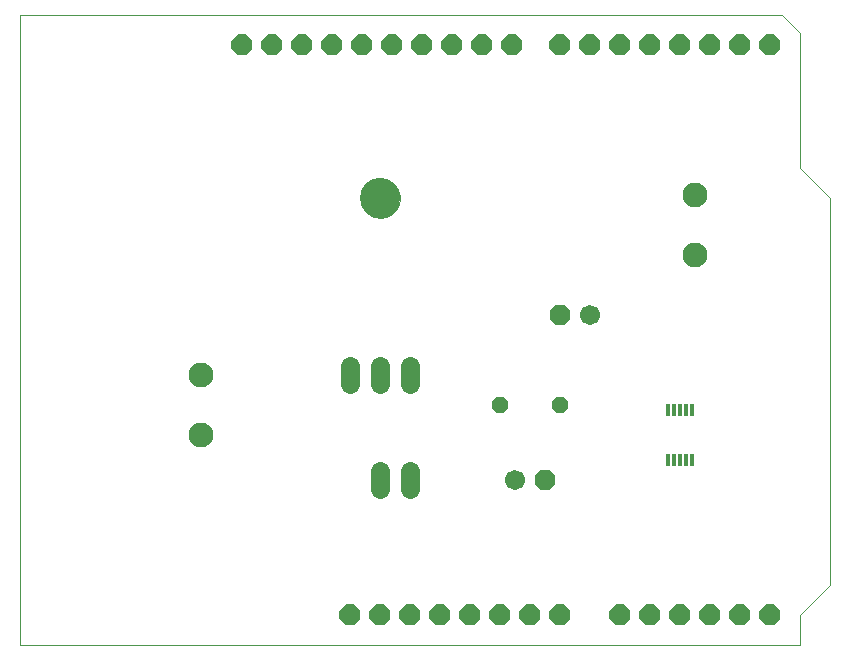
<source format=gts>
G75*
%MOIN*%
%OFA0B0*%
%FSLAX25Y25*%
%IPPOS*%
%LPD*%
%AMOC8*
5,1,8,0,0,1.08239X$1,22.5*
%
%ADD10OC8,0.05600*%
%ADD11OC8,0.06700*%
%ADD12C,0.06700*%
%ADD13R,0.01384X0.04337*%
%ADD14C,0.06400*%
%ADD15C,0.00000*%
%ADD16C,0.13400*%
%ADD17OC8,0.07000*%
%ADD18C,0.08274*%
D10*
X0165000Y0085000D03*
X0185000Y0085000D03*
D11*
X0180000Y0060000D03*
X0185000Y0115000D03*
D12*
X0195000Y0115000D03*
X0170000Y0060000D03*
D13*
X0221063Y0066681D03*
X0223031Y0066681D03*
X0225000Y0066681D03*
X0226969Y0066681D03*
X0228937Y0066681D03*
X0228937Y0083319D03*
X0226969Y0083319D03*
X0225000Y0083319D03*
X0223031Y0083319D03*
X0221063Y0083319D03*
D14*
X0135000Y0092000D02*
X0135000Y0098000D01*
X0125000Y0098000D02*
X0125000Y0092000D01*
X0115000Y0092000D02*
X0115000Y0098000D01*
X0125000Y0063000D02*
X0125000Y0057000D01*
X0135000Y0057000D02*
X0135000Y0063000D01*
D15*
X0005000Y0005000D02*
X0005000Y0215000D01*
X0259000Y0215000D01*
X0265000Y0209000D01*
X0265000Y0164000D01*
X0275000Y0154000D01*
X0275000Y0025000D01*
X0265000Y0015000D01*
X0265000Y0005000D01*
X0005000Y0005000D01*
X0118500Y0154000D02*
X0118502Y0154161D01*
X0118508Y0154321D01*
X0118518Y0154482D01*
X0118532Y0154642D01*
X0118550Y0154802D01*
X0118571Y0154961D01*
X0118597Y0155120D01*
X0118627Y0155278D01*
X0118660Y0155435D01*
X0118698Y0155592D01*
X0118739Y0155747D01*
X0118784Y0155901D01*
X0118833Y0156054D01*
X0118886Y0156206D01*
X0118942Y0156357D01*
X0119003Y0156506D01*
X0119066Y0156654D01*
X0119134Y0156800D01*
X0119205Y0156944D01*
X0119279Y0157086D01*
X0119357Y0157227D01*
X0119439Y0157365D01*
X0119524Y0157502D01*
X0119612Y0157636D01*
X0119704Y0157768D01*
X0119799Y0157898D01*
X0119897Y0158026D01*
X0119998Y0158151D01*
X0120102Y0158273D01*
X0120209Y0158393D01*
X0120319Y0158510D01*
X0120432Y0158625D01*
X0120548Y0158736D01*
X0120667Y0158845D01*
X0120788Y0158950D01*
X0120912Y0159053D01*
X0121038Y0159153D01*
X0121166Y0159249D01*
X0121297Y0159342D01*
X0121431Y0159432D01*
X0121566Y0159519D01*
X0121704Y0159602D01*
X0121843Y0159682D01*
X0121985Y0159758D01*
X0122128Y0159831D01*
X0122273Y0159900D01*
X0122420Y0159966D01*
X0122568Y0160028D01*
X0122718Y0160086D01*
X0122869Y0160141D01*
X0123022Y0160192D01*
X0123176Y0160239D01*
X0123331Y0160282D01*
X0123487Y0160321D01*
X0123643Y0160357D01*
X0123801Y0160388D01*
X0123959Y0160416D01*
X0124118Y0160440D01*
X0124278Y0160460D01*
X0124438Y0160476D01*
X0124598Y0160488D01*
X0124759Y0160496D01*
X0124920Y0160500D01*
X0125080Y0160500D01*
X0125241Y0160496D01*
X0125402Y0160488D01*
X0125562Y0160476D01*
X0125722Y0160460D01*
X0125882Y0160440D01*
X0126041Y0160416D01*
X0126199Y0160388D01*
X0126357Y0160357D01*
X0126513Y0160321D01*
X0126669Y0160282D01*
X0126824Y0160239D01*
X0126978Y0160192D01*
X0127131Y0160141D01*
X0127282Y0160086D01*
X0127432Y0160028D01*
X0127580Y0159966D01*
X0127727Y0159900D01*
X0127872Y0159831D01*
X0128015Y0159758D01*
X0128157Y0159682D01*
X0128296Y0159602D01*
X0128434Y0159519D01*
X0128569Y0159432D01*
X0128703Y0159342D01*
X0128834Y0159249D01*
X0128962Y0159153D01*
X0129088Y0159053D01*
X0129212Y0158950D01*
X0129333Y0158845D01*
X0129452Y0158736D01*
X0129568Y0158625D01*
X0129681Y0158510D01*
X0129791Y0158393D01*
X0129898Y0158273D01*
X0130002Y0158151D01*
X0130103Y0158026D01*
X0130201Y0157898D01*
X0130296Y0157768D01*
X0130388Y0157636D01*
X0130476Y0157502D01*
X0130561Y0157365D01*
X0130643Y0157227D01*
X0130721Y0157086D01*
X0130795Y0156944D01*
X0130866Y0156800D01*
X0130934Y0156654D01*
X0130997Y0156506D01*
X0131058Y0156357D01*
X0131114Y0156206D01*
X0131167Y0156054D01*
X0131216Y0155901D01*
X0131261Y0155747D01*
X0131302Y0155592D01*
X0131340Y0155435D01*
X0131373Y0155278D01*
X0131403Y0155120D01*
X0131429Y0154961D01*
X0131450Y0154802D01*
X0131468Y0154642D01*
X0131482Y0154482D01*
X0131492Y0154321D01*
X0131498Y0154161D01*
X0131500Y0154000D01*
X0131498Y0153839D01*
X0131492Y0153679D01*
X0131482Y0153518D01*
X0131468Y0153358D01*
X0131450Y0153198D01*
X0131429Y0153039D01*
X0131403Y0152880D01*
X0131373Y0152722D01*
X0131340Y0152565D01*
X0131302Y0152408D01*
X0131261Y0152253D01*
X0131216Y0152099D01*
X0131167Y0151946D01*
X0131114Y0151794D01*
X0131058Y0151643D01*
X0130997Y0151494D01*
X0130934Y0151346D01*
X0130866Y0151200D01*
X0130795Y0151056D01*
X0130721Y0150914D01*
X0130643Y0150773D01*
X0130561Y0150635D01*
X0130476Y0150498D01*
X0130388Y0150364D01*
X0130296Y0150232D01*
X0130201Y0150102D01*
X0130103Y0149974D01*
X0130002Y0149849D01*
X0129898Y0149727D01*
X0129791Y0149607D01*
X0129681Y0149490D01*
X0129568Y0149375D01*
X0129452Y0149264D01*
X0129333Y0149155D01*
X0129212Y0149050D01*
X0129088Y0148947D01*
X0128962Y0148847D01*
X0128834Y0148751D01*
X0128703Y0148658D01*
X0128569Y0148568D01*
X0128434Y0148481D01*
X0128296Y0148398D01*
X0128157Y0148318D01*
X0128015Y0148242D01*
X0127872Y0148169D01*
X0127727Y0148100D01*
X0127580Y0148034D01*
X0127432Y0147972D01*
X0127282Y0147914D01*
X0127131Y0147859D01*
X0126978Y0147808D01*
X0126824Y0147761D01*
X0126669Y0147718D01*
X0126513Y0147679D01*
X0126357Y0147643D01*
X0126199Y0147612D01*
X0126041Y0147584D01*
X0125882Y0147560D01*
X0125722Y0147540D01*
X0125562Y0147524D01*
X0125402Y0147512D01*
X0125241Y0147504D01*
X0125080Y0147500D01*
X0124920Y0147500D01*
X0124759Y0147504D01*
X0124598Y0147512D01*
X0124438Y0147524D01*
X0124278Y0147540D01*
X0124118Y0147560D01*
X0123959Y0147584D01*
X0123801Y0147612D01*
X0123643Y0147643D01*
X0123487Y0147679D01*
X0123331Y0147718D01*
X0123176Y0147761D01*
X0123022Y0147808D01*
X0122869Y0147859D01*
X0122718Y0147914D01*
X0122568Y0147972D01*
X0122420Y0148034D01*
X0122273Y0148100D01*
X0122128Y0148169D01*
X0121985Y0148242D01*
X0121843Y0148318D01*
X0121704Y0148398D01*
X0121566Y0148481D01*
X0121431Y0148568D01*
X0121297Y0148658D01*
X0121166Y0148751D01*
X0121038Y0148847D01*
X0120912Y0148947D01*
X0120788Y0149050D01*
X0120667Y0149155D01*
X0120548Y0149264D01*
X0120432Y0149375D01*
X0120319Y0149490D01*
X0120209Y0149607D01*
X0120102Y0149727D01*
X0119998Y0149849D01*
X0119897Y0149974D01*
X0119799Y0150102D01*
X0119704Y0150232D01*
X0119612Y0150364D01*
X0119524Y0150498D01*
X0119439Y0150635D01*
X0119357Y0150773D01*
X0119279Y0150914D01*
X0119205Y0151056D01*
X0119134Y0151200D01*
X0119066Y0151346D01*
X0119003Y0151494D01*
X0118942Y0151643D01*
X0118886Y0151794D01*
X0118833Y0151946D01*
X0118784Y0152099D01*
X0118739Y0152253D01*
X0118698Y0152408D01*
X0118660Y0152565D01*
X0118627Y0152722D01*
X0118597Y0152880D01*
X0118571Y0153039D01*
X0118550Y0153198D01*
X0118532Y0153358D01*
X0118518Y0153518D01*
X0118508Y0153679D01*
X0118502Y0153839D01*
X0118500Y0154000D01*
D16*
X0125000Y0154000D03*
D17*
X0129000Y0205000D03*
X0119000Y0205000D03*
X0109000Y0205000D03*
X0099000Y0205000D03*
X0089000Y0205000D03*
X0079000Y0205000D03*
X0139000Y0205000D03*
X0149000Y0205000D03*
X0159000Y0205000D03*
X0169000Y0205000D03*
X0185000Y0205000D03*
X0195000Y0205000D03*
X0205000Y0205000D03*
X0215000Y0205000D03*
X0225000Y0205000D03*
X0235000Y0205000D03*
X0245000Y0205000D03*
X0255000Y0205000D03*
X0255000Y0015000D03*
X0245000Y0015000D03*
X0235000Y0015000D03*
X0225000Y0015000D03*
X0215000Y0015000D03*
X0205000Y0015000D03*
X0185000Y0015000D03*
X0175000Y0015000D03*
X0165000Y0015000D03*
X0155000Y0015000D03*
X0145000Y0015000D03*
X0135000Y0015000D03*
X0125000Y0015000D03*
X0115000Y0015000D03*
D18*
X0065098Y0075083D03*
X0065098Y0095083D03*
X0229902Y0134917D03*
X0229902Y0154917D03*
M02*

</source>
